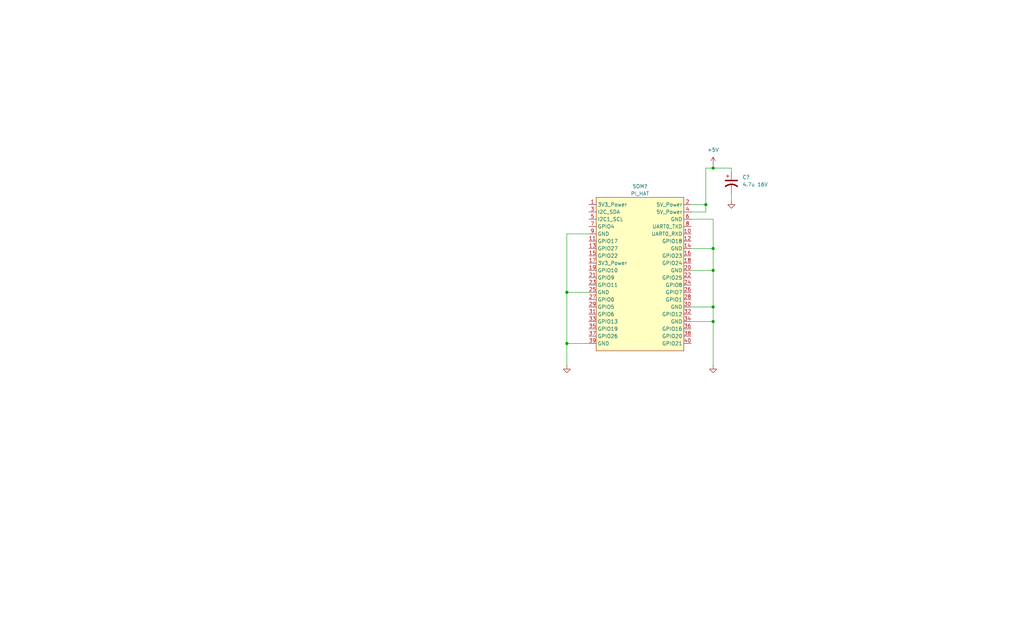
<source format=kicad_sch>
(kicad_sch (version 20231120) (generator "eeschema") (generator_version "8.0")
  (paper "USLegal")
  (lib_symbols
    (symbol "DDCEE:C_2P_POL_4p7u_" (pin_numbers hide) (pin_names hide)
      (property "Reference" "C" (at 3.175 -2.54 0))
      (property "Value" "4.7u 16V" (at 3.175 -4.445 0))
      (symbol "C_2P_POL_4p7u__0_1"
        (polyline (pts (xy -2.032 -3.048) (xy 2.032 -3.048)) (stroke (width 0.508)))
        (polyline (pts (xy -1.778 -1.524) (xy -0.762 -1.524)))
        (polyline (pts (xy -1.27 -2.032) (xy -1.27 -1.016)))
        (arc (start 2.032 -5.08) (mid 0 -4.3672) (end -2.032 -5.08) (stroke (width 0.508)))
      )
      (symbol "C_2P_POL_4p7u__1_1"
        (pin passive line (at 0 0 270) (length 2.794) (name "~") (number "1"))
        (pin passive line (at 0 -7.62 90) (length 3.302) (name "~") (number "2"))
      )
    )
    (symbol "DDCEE:GND" (power) (pin_numbers hide) (pin_names (offset 0) hide)
      (symbol "GND_0_1"
        (polyline (pts (xy 0 0) (xy 0 -1.27) (xy 1.27 -1.27) (xy 0 -2.54) (xy -1.27 -1.27) (xy 0 -1.27)))
      )
      (symbol "GND_1_1"
        (pin power_in line (at 0 0 270) (length 0) (name "~") (number "1"))
      )
    )
    (symbol "DDCEE:HAT_40P_GENERIC"
      (property "Reference" "SOM" (at 17.78 7.62 0))
      (property "Value" "PI_HAT" (at 17.78 5.08 0))
      (symbol "HAT_40P_GENERIC_1_0"
        (pin passive line (at 35.56 -10.16 180) (length 2.54) (name "GPIO16") (number "10") (alternate "UART0 RXD" passive line))
        (pin passive line (at 0 -12.7 0) (length 2.54) (name "GPIO17") (number "11"))
        (pin passive line (at 35.56 -12.7 180) (length 2.54) (name "GPIO18") (number "12"))
        (pin passive line (at 0 -15.24 0) (length 2.54) (name "GPIO27") (number "13"))
        (pin passive line (at 35.56 -15.24 180) (length 2.54) (name "GND") (number "14"))
        (pin passive line (at 0 -17.78 0) (length 2.54) (name "GPIO22") (number "15"))
        (pin passive line (at 35.56 -17.78 180) (length 2.54) (name "GPIO23") (number "16"))
        (pin passive line (at 0 -20.32 0) (length 2.54) (name "3V3_Power") (number "17"))
        (pin passive line (at 35.56 -20.32 180) (length 2.54) (name "GPIO24") (number "18"))
        (pin passive line (at 0 -22.86 0) (length 2.54) (name "GPIO10") (number "19"))
        (pin passive line (at 35.56 -22.86 180) (length 2.54) (name "GND") (number "20"))
        (pin passive line (at 0 -25.4 0) (length 2.54) (name "GPIO9") (number "21"))
        (pin passive line (at 35.56 -25.4 180) (length 2.54) (name "GPIO25") (number "22"))
        (pin passive line (at 0 -27.94 0) (length 2.54) (name "GPIO11") (number "23"))
        (pin passive line (at 35.56 -27.94 180) (length 2.54) (name "GPIO8") (number "24"))
        (pin passive line (at 0 -30.48 0) (length 2.54) (name "GND") (number "25"))
        (pin passive line (at 35.56 -30.48 180) (length 2.54) (name "GPIO7") (number "26"))
        (pin passive line (at 0 -33.02 0) (length 2.54) (name "GPIO0") (number "27"))
        (pin passive line (at 35.56 -33.02 180) (length 2.54) (name "GPIO1") (number "28"))
        (pin passive line (at 0 -35.56 0) (length 2.54) (name "GPIO5") (number "29"))
        (pin passive line (at 35.56 -35.56 180) (length 2.54) (name "GND") (number "30"))
        (pin passive line (at 0 -38.1 0) (length 2.54) (name "GPIO6") (number "31"))
        (pin passive line (at 35.56 -38.1 180) (length 2.54) (name "GPIO12") (number "32"))
        (pin passive line (at 0 -40.64 0) (length 2.54) (name "GPIO13") (number "33"))
        (pin passive line (at 35.56 -40.64 180) (length 2.54) (name "GND") (number "34"))
        (pin passive line (at 0 -43.18 0) (length 2.54) (name "GPIO19") (number "35"))
        (pin passive line (at 35.56 -43.18 180) (length 2.54) (name "GPIO16") (number "36"))
        (pin passive line (at 0 -45.72 0) (length 2.54) (name "GPIO26") (number "37"))
        (pin passive line (at 35.56 -45.72 180) (length 2.54) (name "GPIO20") (number "38"))
        (pin passive line (at 0 -48.26 0) (length 2.54) (name "GND") (number "39"))
        (pin passive line (at 35.56 -48.26 180) (length 2.54) (name "GPIO21") (number "40"))
        (pin passive line (at 0 -10.16 0) (length 2.54) (name "GND") (number "9"))
      )
      (symbol "HAT_40P_GENERIC_1_1"
        (rectangle (start 2.54 2.54) (end 33.02 -50.8) (fill (type background)))
        (pin passive line (at 0 0 0) (length 2.54) (name "3V3_Power") (number "1"))
        (pin passive line (at 35.56 0 180) (length 2.54) (name "5V_Power") (number "2"))
        (pin passive line (at 0 -2.54 0) (length 2.54) (name "GPIO2") (number "3") (alternate "I2C SDA" passive line))
        (pin passive line (at 35.56 -2.54 180) (length 2.54) (name "5V_Power") (number "4"))
        (pin passive line (at 0 -5.08 0) (length 2.54) (name "GPIO3") (number "5") (alternate "I2C1 SCL" passive line))
        (pin passive line (at 35.56 -5.08 180) (length 2.54) (name "GND") (number "6"))
        (pin passive line (at 0 -7.62 0) (length 2.54) (name "GPIO4") (number "7"))
        (pin passive line (at 35.56 -7.62 180) (length 2.54) (name "GPIO14") (number "8") (alternate "UART0 TXD" passive line))
      )
    )
    (symbol "power:+5V" (power) (pin_numbers hide) (pin_names (offset 0) hide)
      (property "Value" "+5V" (at 0 3.556 0))
      (symbol "+5V_0_1"
        (polyline (pts (xy -0.762 1.27) (xy 0 2.54)))
        (polyline (pts (xy 0 0) (xy 0 2.54)))
        (polyline (pts (xy 0 2.54) (xy 0.762 1.27)))
      )
      (symbol "+5V_1_1"
        (pin power_in line (at 0 0 90) (length 0) (name "~") (number "1"))
      )
    )
  )
  (junction (at 247.65 58.42))
  (junction (at 247.65 111.76))
  (junction (at 196.85 101.6))
  (junction (at 247.65 93.98))
  (junction (at 247.65 86.36))
  (junction (at 247.65 106.68))
  (junction (at 245.11 71.12))
  (junction (at 196.85 119.38))
  (wire (pts (xy 196.85 101.6) (xy 196.85 81.28)))
  (wire (pts (xy 240.03 106.68) (xy 247.65 106.68)))
  (wire (pts (xy 254 69.85) (xy 254 67.31)))
  (wire (pts (xy 240.03 73.66) (xy 245.11 73.66)))
  (wire (pts (xy 247.65 57.15) (xy 247.65 58.42)))
  (wire (pts (xy 247.65 106.68) (xy 247.65 93.98)))
  (wire (pts (xy 204.47 101.6) (xy 196.85 101.6)))
  (wire (pts (xy 196.85 119.38) (xy 196.85 101.6)))
  (wire (pts (xy 196.85 127) (xy 196.85 119.38)))
  (wire (pts (xy 254 58.42) (xy 254 59.69)))
  (wire (pts (xy 245.11 58.42) (xy 247.65 58.42)))
  (wire (pts (xy 240.03 86.36) (xy 247.65 86.36)))
  (wire (pts (xy 240.03 71.12) (xy 245.11 71.12)))
  (wire (pts (xy 247.65 58.42) (xy 254 58.42)))
  (wire (pts (xy 240.03 111.76) (xy 247.65 111.76)))
  (wire (pts (xy 247.65 127) (xy 247.65 111.76)))
  (wire (pts (xy 247.65 86.36) (xy 247.65 76.2)))
  (wire (pts (xy 245.11 73.66) (xy 245.11 71.12)))
  (wire (pts (xy 247.65 111.76) (xy 247.65 106.68)))
  (wire (pts (xy 247.65 93.98) (xy 247.65 86.36)))
  (wire (pts (xy 247.65 76.2) (xy 240.03 76.2)))
  (wire (pts (xy 245.11 71.12) (xy 245.11 58.42)))
  (wire (pts (xy 196.85 81.28) (xy 204.47 81.28)))
  (wire (pts (xy 204.47 119.38) (xy 196.85 119.38)))
  (wire (pts (xy 240.03 93.98) (xy 247.65 93.98)))
  (symbol (lib_id "power:+5V") (at 247.65 57.15 0) (unit 1)
    (property "Reference" "#PWR059" (effects (hide yes)))
    (property "Value" "+5V" (at 247.65 52.07 0))
    (property "Description" "Power symbol creates a global label with name \"+5V\"" (effects (hide yes)))
  )
  (symbol (lib_id "DDCEE:HAT_40P_GENERIC") (at 204.47 71.12 0) (unit 1)
    (property "Reference" "SOM?" (at 222.25 64.77 0))
    (property "Value" "PI_HAT" (at 222.25 67.31 0))
    (property "Datasheet" "TBD" (effects (hide yes)))
    (property "Description" "TBD" (effects (hide yes)))
    (property "Detailed Description" "TBD" (effects (hide yes)))
    (property "Manufacturer" "TBD" (effects (hide yes)))
    (property "Manufacturer PN" "TBD" (effects (hide yes)))
    (pin "3" (alternate "I2C SDA"))
    (pin "5" (alternate "I2C1 SCL"))
    (pin "8" (alternate "UART0 TXD"))
    (pin "10" (alternate "UART0 RXD"))
  )
  (symbol (lib_id "DDCEE:GND") (at 247.65 127 0) (unit 1)
    (property "Reference" "#PWR058" (effects (hide yes)))
    (property "Value" "GND" (effects (hide yes)))
    (property "Description" "Power symbol creates a global label with name \"GND\" , ground" (effects (hide yes)))
  )
  (symbol (lib_id "DDCEE:GND") (at 254 69.85 0) (unit 1)
    (property "Reference" "#PWR060" (effects (hide yes)))
    (property "Value" "GND" (effects (hide yes)))
    (property "Description" "Power symbol creates a global label with name \"GND\" , ground" (effects (hide yes)))
  )
  (symbol (lib_id "DDCEE:GND") (at 196.85 127 0) (unit 1)
    (property "Reference" "#PWR058" (effects (hide yes)))
    (property "Value" "GND" (effects (hide yes)))
    (property "Description" "Power symbol creates a global label with name \"GND\" , ground" (effects (hide yes)))
  )
  (symbol (lib_id "DDCEE:C_2P_POL_4p7u_") (at 254 59.69 0) (unit 1)
    (property "Reference" "C?" (at 257.81 61.595 0) (effects (justify left)))
    (property "Value" "4.7u 16V" (at 257.81 64.135 0) (effects (justify left)))
    (property "Footprint" "Capacitor_SMD:CP_Elec_5x4.4" (effects (hide yes)))
    (property "Datasheet" "https://search.kemet.com/download/datasheet/EDK475M016A9BAA" (effects (hide yes)))
    (property "Description" "CAP ALUM 4.7UF 20% 16V SMD" (effects (hide yes)))
    (property "Detailed Description" "4.7 µF 16 V Aluminum Electrolytic Capacitors Radial, Can - SMD 2000 Hrs @ 85°C" (effects (hide yes)))
    (property "Manufacturer" "KEMET" (effects (hide yes)))
    (property "Manufacturer PN" "EDK475M016A9BAA" (effects (hide yes)))
    (property "Supplier 1" "Digikey" (effects (hide yes)))
    (property "Supplier 1 PN" "399-EDK475M016A9BAADKR-ND" (effects (hide yes)))
    (property "Supplier 1 Link" "https://www.digikey.com/en/products/detail/kemet/EDK475M016A9BAA/6598035" (effects (hide yes)))
  )
)
</source>
